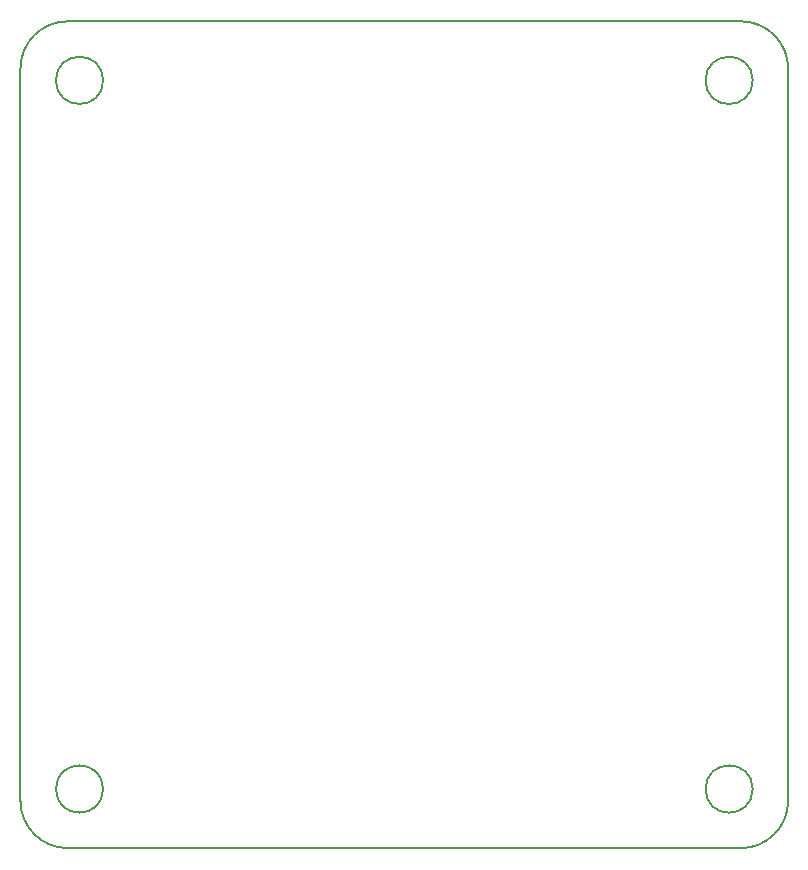
<source format=gbr>
G04 #@! TF.GenerationSoftware,KiCad,Pcbnew,(5.1.4-0)*
G04 #@! TF.CreationDate,2021-02-17T15:57:59+01:00*
G04 #@! TF.ProjectId,DCU,4443552e-6b69-4636-9164-5f7063625858,rev?*
G04 #@! TF.SameCoordinates,Original*
G04 #@! TF.FileFunction,Profile,NP*
%FSLAX46Y46*%
G04 Gerber Fmt 4.6, Leading zero omitted, Abs format (unit mm)*
G04 Created by KiCad (PCBNEW (5.1.4-0)) date 2021-02-17 15:57:59*
%MOMM*%
%LPD*%
G04 APERTURE LIST*
%ADD10C,0.200000*%
G04 APERTURE END LIST*
D10*
X117000001Y-130000000D02*
G75*
G03X117000001Y-130000000I-2000000J0D01*
G01*
X171000001Y-135000000D02*
X114000001Y-135000000D01*
X175000000Y-131000001D02*
G75*
G02X171000001Y-135000000I-3999999J0D01*
G01*
X117000001Y-70000000D02*
G75*
G03X117000001Y-70000000I-2000000J0D01*
G01*
X175000001Y-69000000D02*
X175000001Y-131000000D01*
X172000000Y-130000000D02*
G75*
G03X172000000Y-130000000I-2000000J0D01*
G01*
X171000001Y-65000000D02*
G75*
G02X175000001Y-69000000I0J-4000000D01*
G01*
X110000001Y-69000000D02*
G75*
G02X114000001Y-65000000I4000000J0D01*
G01*
X114000001Y-65000000D02*
X171000001Y-65000000D01*
X110000001Y-131000000D02*
X110000001Y-69000000D01*
X114000001Y-135000000D02*
G75*
G02X110000001Y-131000000I0J4000000D01*
G01*
X172000000Y-70000000D02*
G75*
G03X172000000Y-70000000I-2000000J0D01*
G01*
M02*

</source>
